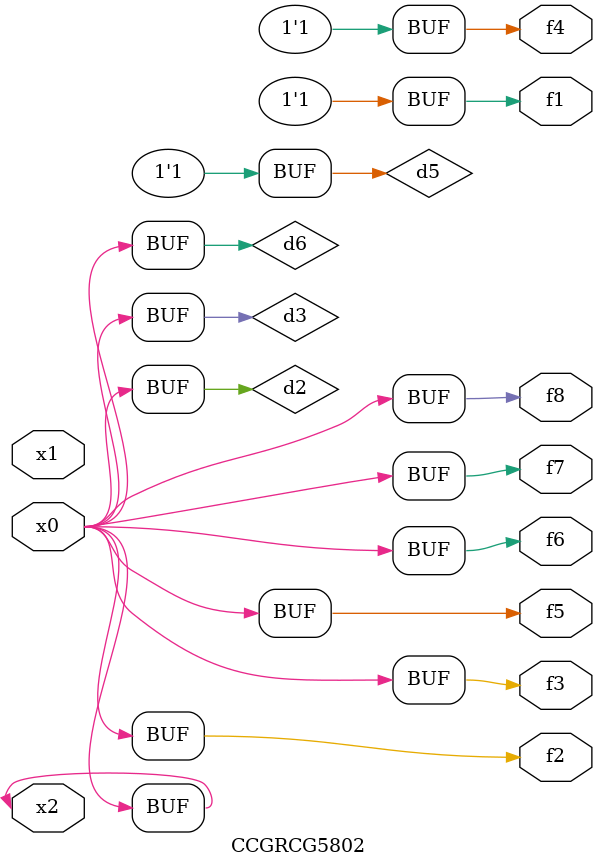
<source format=v>
module CCGRCG5802(
	input x0, x1, x2,
	output f1, f2, f3, f4, f5, f6, f7, f8
);

	wire d1, d2, d3, d4, d5, d6;

	xnor (d1, x2);
	buf (d2, x0, x2);
	and (d3, x0);
	xnor (d4, x1, x2);
	nand (d5, d1, d3);
	buf (d6, d2, d3);
	assign f1 = d5;
	assign f2 = d6;
	assign f3 = d6;
	assign f4 = d5;
	assign f5 = d6;
	assign f6 = d6;
	assign f7 = d6;
	assign f8 = d6;
endmodule

</source>
